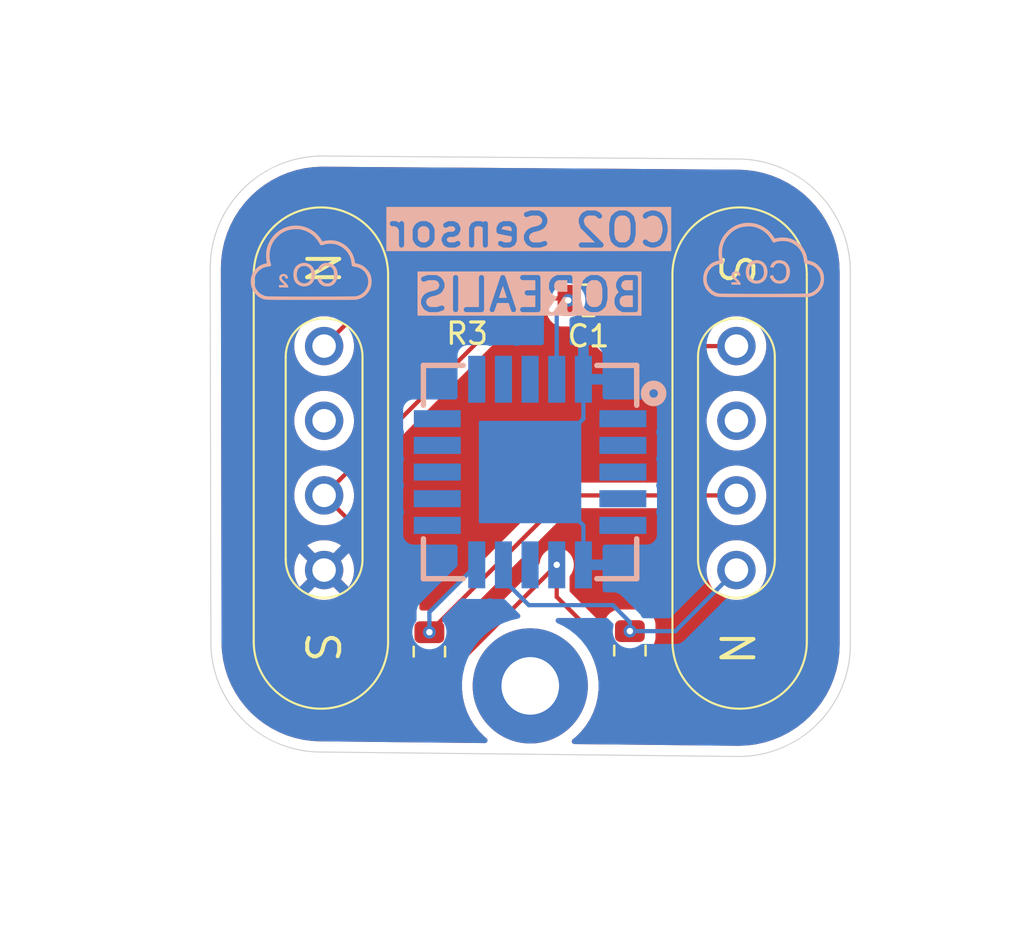
<source format=kicad_pcb>
(kicad_pcb (version 20241229) (generator "pcbnew") (generator_version "9.0")
  (layers (0 "F.Cu" signal) (2 "B.Cu" signal) (13 "F.Paste" user) (15 "B.Paste" user) (5 "F.SilkS" user "F.Silkscreen") (7 "B.SilkS" user "B.Silkscreen") (1 "F.Mask" user) (3 "B.Mask" user) (25 "Edge.Cuts" user))
  (net 0 "")
  (net 4 "GND")
  (net 7 "/SCL")
  (net 8 "+3.3V")
  (net 18 "/SDA")
  (net 19 "/ADC")
  (net 20 "+5V")
  (net 21 "/ID")
  (footprint "Resistor_SMD:R_0805_2012Metric" (layer "F.Cu") (at 193.77 74.08 90)
    (property "Reference" "R1" (hide yes))
    (property "Value" "10K")
    (fp_line (start -0.227064 -0.735) (end 0.227064 -0.735) (stroke (width 0.12)) (layer "F.SilkS"))
    (fp_line (start -0.227064 0.735) (end 0.227064 0.735) (stroke (width 0.12)) (layer "F.SilkS"))
    (pad "1" smd roundrect (at -0.9125 0 90) (size 1.025 1.4) (layers "F.Cu" "F.Mask" "F.Paste") (roundrect_rratio 0.243902) (net 8 "+3.3V"))
    (pad "2" smd roundrect (at 0.9125 0 90) (size 1.025 1.4) (layers "F.Cu" "F.Mask" "F.Paste") (roundrect_rratio 0.243902) (net 18 "/SDA"))
  )
  (footprint "batteryholder:MAGNETIC POGO CONN." (layer "F.Cu") (at 188.83476 65.00476 90)
    (property "Reference" "U2" (hide yes))
    (property "Value" "MAGNETIC POGO CONN." (hide yes))
    (fp_line (start -8.6 -3.3) (end 8.6 -3.3) (stroke (width 0.1)) (layer "F.SilkS"))
    (fp_line (start -4.75 -1.8) (end 4.75 -1.8) (stroke (width 0.1)) (layer "F.SilkS"))
    (fp_line (start -4.75 1.8) (end 4.75 1.8) (stroke (width 0.1)) (layer "F.SilkS"))
    (fp_line (start -8.6 3) (end 8.6 3) (stroke (width 0.1)) (layer "F.SilkS"))
    (fp_arc (start 8.6 -3.3) (mid 11.75 -0.15) (end 8.6 3) (stroke (width 0.1)) (layer "F.SilkS"))
    (fp_arc (start 4.75 -1.8) (mid 6.55 0) (end 4.75 1.8) (stroke (width 0.1)) (layer "F.SilkS"))
    (fp_arc (start -4.75 1.8) (mid -6.55 0) (end -4.75 -1.8) (stroke (width 0.1)) (layer "F.SilkS"))
    (fp_arc (start -8.6 3) (mid -11.75 -0.15) (end -8.6 -3.3) (stroke (width 0.1)) (layer "F.SilkS"))
    (fp_text user "S" (at -9.7 0.9 90) (layer "F.SilkS") (effects (font (size 1.5 1.5) (thickness 0.1875)) (justify left bottom)))
    (fp_text user "N" (at 8 0.9 90) (layer "F.SilkS") (effects (font (size 1.5 1.5) (thickness 0.1875)) (justify left bottom)))
    (pad "1" thru_hole circle (at -5.25 0 90) (size 1.8 1.8) (drill 1.1) (layers "*.Cu" "*.Mask") (net 4 "GND"))
    (pad "2" thru_hole circle (at -1.75 0 90) (size 1.8 1.8) (drill 1.1) (layers "*.Cu" "*.Mask") (net 8 "+3.3V"))
    (pad "3" thru_hole circle (at 1.75 0 90) (size 1.8 1.8) (drill 1.1) (layers "*.Cu" "*.Mask") (net 20 "+5V"))
    (pad "4" thru_hole circle (at 5.25 0 90) (size 1.8 1.8) (drill 1.1) (layers "*.Cu" "*.Mask") (net 21 "/ID"))
  )
  (footprint "batteryholder:MAGNETIC POGO CONN." (layer "F.Cu") (at 208.16476 65.00476 -90)
    (property "Reference" "U1" (hide yes))
    (property "Value" "MAGNETIC POGO CONN." (hide yes))
    (fp_line (start -8.6 3) (end 8.6 3) (stroke (width 0.1)) (layer "F.SilkS"))
    (fp_line (start -4.75 1.8) (end 4.75 1.8) (stroke (width 0.1)) (layer "F.SilkS"))
    (fp_line (start -4.75 -1.8) (end 4.75 -1.8) (stroke (width 0.1)) (layer "F.SilkS"))
    (fp_line (start -8.6 -3.3) (end 8.6 -3.3) (stroke (width 0.1)) (layer "F.SilkS"))
    (fp_arc (start -8.6 3) (mid -11.75 -0.15) (end -8.6 -3.3) (stroke (width 0.1)) (layer "F.SilkS"))
    (fp_arc (start -4.75 1.8) (mid -6.55 0) (end -4.75 -1.8) (stroke (width 0.1)) (layer "F.SilkS"))
    (fp_arc (start 4.75 -1.8) (mid 6.55 0) (end 4.75 1.8) (stroke (width 0.1)) (layer "F.SilkS"))
    (fp_arc (start 8.6 -3.3) (mid 11.75 -0.15) (end 8.6 3) (stroke (width 0.1)) (layer "F.SilkS"))
    (fp_text user "N" (at 8 0.9 270) (layer "F.SilkS") (effects (font (size 1.5 1.5) (thickness 0.1875)) (justify left bottom)))
    (fp_text user "S" (at -9.7 0.9 270) (layer "F.SilkS") (effects (font (size 1.5 1.5) (thickness 0.1875)) (justify left bottom)))
    (pad "1" thru_hole circle (at -5.25 0 270) (size 1.8 1.8) (drill 1.1) (layers "*.Cu" "*.Mask") (net 8 "+3.3V"))
    (pad "2" thru_hole circle (at -1.75 0 270) (size 1.8 1.8) (drill 1.1) (layers "*.Cu" "*.Mask") (net 19 "/ADC"))
    (pad "3" thru_hole circle (at 1.75 0 270) (size 1.8 1.8) (drill 1.1) (layers "*.Cu" "*.Mask") (net 18 "/SDA"))
    (pad "4" thru_hole circle (at 5.25 0 270) (size 1.8 1.8) (drill 1.1) (layers "*.Cu" "*.Mask") (net 7 "/SCL"))
  )
  (footprint "Capacitor_SMD:C_0805_2012Metric" (layer "F.Cu") (at 201.23 57.61 180)
    (property "Reference" "C1" (at 0 -1.68 0) (layer "F.SilkS"))
    (property "Value" "10microf")
    (fp_line (start -0.261252 0.735) (end 0.261252 0.735) (stroke (width 0.12)) (layer "F.SilkS"))
    (fp_line (start -0.261252 -0.735) (end 0.261252 -0.735) (stroke (width 0.12)) (layer "F.SilkS"))
    (pad "1" smd roundrect (at -0.95 0 180) (size 1 1.45) (layers "F.Cu" "F.Mask" "F.Paste") (net 4 "GND"))
    (pad "2" smd roundrect (at 0.95 0 180) (size 1 1.45) (layers "F.Cu" "F.Mask" "F.Paste") (net 8 "+3.3V"))
  )
  (footprint "Resistor_SMD:R_0805_2012Metric" (layer "F.Cu") (at 203.17 74.03 90)
    (property "Reference" "R2" (hide yes))
    (property "Value" "10k")
    (fp_line (start -0.227064 -0.735) (end 0.227064 -0.735) (stroke (width 0.12)) (layer "F.SilkS"))
    (fp_line (start -0.227064 0.735) (end 0.227064 0.735) (stroke (width 0.12)) (layer "F.SilkS"))
    (pad "1" smd roundrect (at -0.9125 0 90) (size 1.025 1.4) (layers "F.Cu" "F.Mask" "F.Paste") (roundrect_rratio 0.243902) (net 8 "+3.3V"))
    (pad "2" smd roundrect (at 0.9125 0 90) (size 1.025 1.4) (layers "F.Cu" "F.Mask" "F.Paste") (roundrect_rratio 0.243902) (net 7 "/SCL"))
  )
  (footprint "MountingHole:MountingHole_2.7mm_M2.5_Pad" (layer "F.Cu") (at 198.49976 75.68476)
    (property "Reference" "H1" (hide yes))
    (property "Value" "MountingHole" (hide yes))
    (pad "1" thru_hole circle (at 0 0) (size 5.4 5.4) (drill 2.7) (layers "*.Cu" "*.Mask"))
  )
  (footprint "Resistor_SMD:R_0805_2012Metric" (layer "F.Cu") (at 195.54 57.52 180)
    (property "Reference" "R3" (at 0 -1.65 0) (layer "F.SilkS"))
    (property "Value" "R")
    (fp_line (start -0.227064 0.735) (end 0.227064 0.735) (stroke (width 0.12)) (layer "F.SilkS"))
    (fp_line (start -0.227064 -0.735) (end 0.227064 -0.735) (stroke (width 0.12)) (layer "F.SilkS"))
    (pad "1" smd roundrect (at -0.9125 0 180) (size 1.025 1.4) (layers "F.Cu" "F.Mask" "F.Paste") (roundrect_rratio 0.243902) (net 8 "+3.3V"))
    (pad "2" smd roundrect (at 0.9125 0 180) (size 1.025 1.4) (layers "F.Cu" "F.Mask" "F.Paste") (roundrect_rratio 0.243902) (net 21 "/ID"))
  )
  (footprint "batteryholder:SCD40 footprint" (layer "B.Cu") (at 198.4899 65.66 180)
    (property "Reference" "U1" (hide yes))
    (property "Value" "SCD40-D-R2" (hide yes))
    (fp_line (start 5 5) (end 5 3.1312) (stroke (width 0.254)) (layer "B.SilkS"))
    (fp_line (start 5 -3.1312) (end 5 -5) (stroke (width 0.254)) (layer "B.SilkS"))
    (fp_line (start 5 -5) (end 3.1312 -5) (stroke (width 0.254)) (layer "B.SilkS"))
    (fp_line (start 3.1312 5) (end 5 5) (stroke (width 0.254)) (layer "B.SilkS"))
    (fp_line (start -3.1311 -5) (end -5 -5) (stroke (width 0.254)) (layer "B.SilkS"))
    (fp_line (start -5 5) (end -3.1311 5) (stroke (width 0.254)) (layer "B.SilkS"))
    (fp_line (start -5 3.1312) (end -5 5) (stroke (width 0.254)) (layer "B.SilkS"))
    (fp_line (start -5 -5) (end -5 -3.1312) (stroke (width 0.254)) (layer "B.SilkS"))
    (fp_circle (center -5.7928 3.685) (end -5.5929 3.685) (stroke (width 0.4)) (fill no) (layer "B.SilkS"))
    (pad "1" smd rect (at -4.3501 2.5001 180) (size 2.2 0.8) (layers "B.Cu" "B.Mask" "B.Paste"))
    (pad "2" smd rect (at -4.3501 1.2499 180) (size 2.2 0.8) (layers "B.Cu" "B.Mask" "B.Paste"))
    (pad "3" smd rect (at -4.3501 0 180) (size 2.2 0.8) (layers "B.Cu" "B.Mask" "B.Paste"))
    (pad "4" smd rect (at -4.3501 -1.25 180) (size 2.2 0.8) (layers "B.Cu" "B.Mask" "B.Paste"))
    (pad "5" smd rect (at -4.3501 -2.4999 180) (size 2.2 0.8) (layers "B.Cu" "B.Mask" "B.Paste"))
    (pad "6" smd rect (at -2.4999 -4.35 90) (size 2.2 0.8) (layers "B.Cu" "B.Mask" "B.Paste") (net 4 "GND"))
    (pad "7" smd rect (at -1.25 -4.35 90) (size 2.2 0.8) (layers "B.Cu" "B.Mask" "B.Paste") (net 8 "+3.3V"))
    (pad "8" smd rect (at -0.0001 -4.35 90) (size 2.2 0.8) (layers "B.Cu" "B.Mask" "B.Paste"))
    (pad "9" smd rect (at 1.2501 -4.35 90) (size 2.2 0.8) (layers "B.Cu" "B.Mask" "B.Paste") (net 7 "/SCL"))
    (pad "10" smd rect (at 2.5 -4.35 90) (size 2.2 0.8) (layers "B.Cu" "B.Mask" "B.Paste") (net 18 "/SDA"))
    (pad "11" smd rect (at 4.3499 -2.4999) (size 2.2 0.8) (layers "B.Cu" "B.Mask" "B.Paste"))
    (pad "12" smd rect (at 4.3499 -1.25) (size 2.2 0.8) (layers "B.Cu" "B.Mask" "B.Paste"))
    (pad "13" smd rect (at 4.3499 0) (size 2.2 0.8) (layers "B.Cu" "B.Mask" "B.Paste"))
    (pad "14" smd rect (at 4.3499 1.2499) (size 2.2 0.8) (layers "B.Cu" "B.Mask" "B.Paste"))
    (pad "15" smd rect (at 4.3499 2.5001) (size 2.2 0.8) (layers "B.Cu" "B.Mask" "B.Paste"))
    (pad "16" smd rect (at 2.5 4.35 270) (size 2.2 0.8) (layers "B.Cu" "B.Mask" "B.Paste"))
    (pad "17" smd rect (at 1.2501 4.35 270) (size 2.2 0.8) (layers "B.Cu" "B.Mask" "B.Paste"))
    (pad "18" smd rect (at -0.0001 4.35 270) (size 2.2 0.8) (layers "B.Cu" "B.Mask" "B.Paste"))
    (pad "19" smd rect (at -1.25 4.35 270) (size 2.2 0.8) (layers "B.Cu" "B.Mask" "B.Paste") (net 8 "+3.3V"))
    (pad "20" smd rect (at -2.4999 4.35 270) (size 2.2 0.8) (layers "B.Cu" "B.Mask" "B.Paste") (net 4 "GND"))
    (pad "21" smd rect (at -0.0001 0 270) (size 4.8 4.8) (layers "B.Cu" "B.Mask" "B.Paste") (net 4 "GND"))
  )
  (footprint "LOGO" (layer "B.Cu") (at 188.23 55.85 180)
    (property "Reference" "G***" (hide yes))
    (property "Value" "LOGO" (hide yes))
    (fp_poly (pts (xy 1.397489 -0.54245) (xy 1.450578 -0.579209) (xy 1.474776 -0.603854) (xy 1.488307 -0.627376) (xy 1.495117 -0.658964) (xy 1.497898 -0.689408) (xy 1.497456 -0.738385) (xy 1.487007 -0.782547) (xy 1.464293 -0.825695) (xy 1.427055 -0.871629) (xy 1.373035 -0.92415) (xy 1.342293 -0.951254) (xy 1.242569 -1.037332) (xy 1.377933 -1.04064) (xy 1.513297 -1.043948) (xy 1.50974 -1.099246) (xy 1.506183 -1.154545) (xy 1.29227 -1.15774) (xy 1.078357 -1.160934) (xy 1.078357 -1.126269) (xy 1.080636 -1.096797) (xy 1.088954 -1.068646) (xy 1.10553 -1.038633) (xy 1.132582 -1.003575) (xy 1.17233 -0.960289) (xy 1.226992 -0.905591) (xy 1.243174 -0.889831) (xy 1.295404 -0.838711) (xy 1.332873 -0.800573) (xy 1.357969 -0.772413) (xy 1.373078 -0.751227) (xy 1.380589 -0.734014) (xy 1.382887 -0.71777) (xy 1.38293 -0.714012) (xy 1.380434 -0.68293) (xy 1.374619 -0.661856) (xy 1.374139 -0.661076) (xy 1.350773 -0.640977) (xy 1.316557 -0.625817) (xy 1.289577 -0.621227) (xy 1.259979 -0.631204) (xy 1.231602 -0.655851) (xy 1.211911 -0.687241) (xy 1.207291 -0.708604) (xy 1.205463 -0.726304) (xy 1.195975 -0.735133) (xy 1.172826 -0.738149) (xy 1.148684 -0.73844) (xy 1.113998 -0.73772) (xy 1.096703 -0.733009) (xy 1.090746 -0.720479) (xy 1.090078 -0.701375) (xy 1.099185 -0.656975) (xy 1.122768 -0.610237) (xy 1.15522 -0.570118) (xy 1.186379 -0.547535) (xy 1.260253 -0.523672) (xy 1.331396 -0.52207)) (fill yes) (layer "B.SilkS"))
    (fp_poly (pts (xy 0.451307 -0.01661) (xy 0.54786 -0.049846) (xy 0.635223 -0.100733) (xy 0.709617 -0.167702) (xy 0.748431 -0.217908) (xy 0.789831 -0.291499) (xy 0.817387 -0.368757) (xy 0.832605 -0.455555) (xy 0.836993 -0.557765) (xy 0.836962 -0.562621) (xy 0.832949 -0.653643) (xy 0.821315 -0.729461) (xy 0.800178 -0.7976) (xy 0.767655 -0.865586) (xy 0.756152 -0.88579) (xy 0.700592 -0.958366) (xy 0.628298 -1.018689) (xy 0.543402 -1.065196) (xy 0.450033 -1.096321) (xy 0.352324 -1.110503) (xy 0.254403 -1.106176) (xy 0.202362 -1.095451) (xy 0.10007 -1.057926) (xy 0.014074 -1.00429) (xy -0.057523 -0.933215) (xy -0.087102 -0.892863) (xy -0.137805 -0.796008) (xy -0.169688 -0.689207) (xy -0.182496 -0.576832) (xy -0.180488 -0.541871) (xy -0.011036 -0.541871) (xy -0.010835 -0.616929) (xy -0.004406 -0.683549) (xy 0.005101 -0.724433) (xy 0.043417 -0.806577) (xy 0.096972 -0.873271) (xy 0.162766 -0.923148) (xy 0.237801 -0.954835) (xy 0.319078 -0.966964) (xy 0.403598 -0.958163) (xy 0.468851 -0.936329) (xy 0.539694 -0.892745) (xy 0.597194 -0.831921) (xy 0.640074 -0.756717) (xy 0.667055 -0.669992) (xy 0.676861 -0.574606) (xy 0.670239 -0.485591) (xy 0.648723 -0.38903) (xy 0.616771 -0.311675) (xy 0.57341 -0.251284) (xy 0.564827 -0.242536) (xy 0.496557 -0.191092) (xy 0.418291 -0.1605) (xy 0.328874 -0.150308) (xy 0.328195 -0.150308) (xy 0.239005 -0.160819) (xy 0.159967 -0.191418) (xy 0.093293 -0.240699) (xy 0.041198 -0.307258) (xy 0.0222 -0.344518) (xy 0.005835 -0.39782) (xy -0.005362 -0.46622) (xy -0.011036 -0.541871) (xy -0.180488 -0.541871) (xy -0.175974 -0.463252) (xy -0.149866 -0.352837) (xy -0.122579 -0.285473) (xy -0.065742 -0.192105) (xy 0.006226 -0.116554) (xy 0.092635 -0.059336) (xy 0.192796 -0.020968) (xy 0.245752 -0.009365) (xy 0.349344 -0.002594)) (fill yes) (layer "B.SilkS"))
    (fp_poly (pts (xy -0.671903 -0.006921) (xy -0.578848 -0.027848) (xy -0.494286 -0.06711) (xy -0.421596 -0.124245) (xy -0.411655 -0.134623) (xy -0.386312 -0.166061) (xy -0.360385 -0.204593) (xy -0.336758 -0.244942) (xy -0.318317 -0.28183) (xy -0.307948 -0.309982) (xy -0.308199 -0.323826) (xy -0.321948 -0.329774) (xy -0.350535 -0.338823) (xy -0.385965 -0.348774) (xy -0.420239 -0.357427) (xy -0.445361 -0.362582) (xy -0.451269 -0.363176) (xy -0.46225 -0.353353) (xy -0.476762 -0.328327) (xy -0.48392 -0.312368) (xy -0.517624 -0.253544) (xy -0.564337 -0.203149) (xy -0.617252 -0.16841) (xy -0.621228 -0.16666) (xy -0.655001 -0.157404) (xy -0.701108 -0.151027) (xy -0.740833 -0.149086) (xy -0.823863 -0.159405) (xy -0.899553 -0.18902) (xy -0.964286 -0.235406) (xy -1.01444 -0.296037) (xy -1.044133 -0.360725) (xy -1.05041 -0.390947) (xy -1.056404 -0.437317) (xy -1.06128 -0.492548) (xy -1.063465 -0.529929) (xy -1.061611 -0.643374) (xy -1.04467 -0.739303) (xy -1.01234 -0.818388) (xy -0.964324 -0.8813) (xy -0.900322 -0.928712) (xy -0.881683 -0.938273) (xy -0.819103 -0.958494) (xy -0.748778 -0.966139) (xy -0.679475 -0.96114) (xy -0.619964 -0.943429) (xy -0.613696 -0.940343) (xy -0.5597 -0.90222) (xy -0.511354 -0.850022) (xy -0.475415 -0.79179) (xy -0.464006 -0.762241) (xy -0.45329 -0.732516) (xy -0.439605 -0.715866) (xy -0.417885 -0.710793) (xy -0.383066 -0.7158) (xy -0.341971 -0.726165) (xy -0.312708 -0.736715) (xy -0.29707 -0.751502) (xy -0.294657 -0.774487) (xy -0.305067 -0.809631) (xy -0.3279 -0.860893) (xy -0.328262 -0.861652) (xy -0.374732 -0.936094) (xy -0.436889 -1.002188) (xy -0.508719 -1.054296) (xy -0.55973 -1.078752) (xy -0.626245 -1.096844) (xy -0.704146 -1.10717) (xy -0.783551 -1.109122) (xy -0.854576 -1.102093) (xy -0.873235 -1.098024) (xy -0.971563 -1.061919) (xy -1.054839 -1.007874) (xy -1.122909 -0.936054) (xy -1.175618 -0.84662) (xy -1.211982 -0.742957) (xy -1.233604 -0.62345) (xy -1.236469 -0.508001) (xy -1.221428 -0.399006) (xy -1.189336 -0.29886) (xy -1.141046 -0.209957) (xy -1.077411 -0.134694) (xy -0.999284 -0.075466) (xy -0.968236 -0.058754) (xy -0.869977 -0.021913) (xy -0.770073 -0.004789)) (fill yes) (layer "B.SilkS"))
    (fp_poly (pts (xy 0.845529 1.741401) (xy 1.01233 1.716111) (xy 1.17525 1.670505) (xy 1.332412 1.604721) (xy 1.481941 1.518898) (xy 1.621959 1.413174) (xy 1.717713 1.322862) (xy 1.835155 1.187702) (xy 1.931032 1.046592) (xy 2.007059 0.89632) (xy 2.064954 0.733673) (xy 2.093882 0.618838) (xy 2.104655 0.549991) (xy 2.111593 0.46566) (xy 2.114697 0.372709) (xy 2.113968 0.278006) (xy 2.109405 0.188417) (xy 2.101011 0.110806) (xy 2.093835 0.071511) (xy 2.08489 0.029973) (xy 2.078983 -0.001271) (xy 2.077174 -0.016514) (xy 2.077389 -0.017136) (xy 2.089457 -0.020456) (xy 2.118759 -0.027581) (xy 2.159663 -0.037152) (xy 2.172888 -0.04019) (xy 2.226443 -0.055615) (xy 2.289531 -0.078506) (xy 2.351276 -0.104793) (xy 2.371828 -0.114676) (xy 2.427491 -0.144539) (xy 2.474213 -0.175148) (xy 2.519525 -0.212112) (xy 2.57096 -0.26104) (xy 2.578541 -0.268624) (xy 2.669714 -0.371409) (xy 2.739159 -0.476108) (xy 2.788525 -0.586413) (xy 2.819459 -0.706011) (xy 2.83361 -0.838594) (xy 2.833666 -0.839857) (xy 2.833437 -0.952697) (xy 2.820858 -1.0536) (xy 2.794136 -1.151287) (xy 2.751477 -1.254482) (xy 2.74614 -1.265703) (xy 2.72093 -1.315727) (xy 2.696812 -1.356412) (xy 2.66926 -1.393845) (xy 2.633743 -1.434111) (xy 2.585734 -1.483299) (xy 2.580018 -1.488996) (xy 2.526771 -1.540492) (xy 2.482885 -1.578749) (xy 2.442404 -1.608274) (xy 2.399371 -1.633573) (xy 2.367697 -1.649649) (xy 2.345734 -1.66072) (xy 2.326586 -1.670853) (xy 2.30919 -1.680091) (xy 2.292483 -1.688477) (xy 2.275403 -1.696051) (xy 2.256888 -1.702858) (xy 2.235874 -1.708938) (xy 2.211299 -1.714333) (xy 2.182101 -1.719087) (xy 2.147217 -1.723241) (xy 2.105585 -1.726836) (xy 2.056141 -1.729917) (xy 1.997824 -1.732523) (xy 1.929571 -1.734699) (xy 1.850319 -1.736485) (xy 1.759005 -1.737924) (xy 1.654568 -1.739059) (xy 1.535944 -1.739931) (xy 1.402071 -1.740582) (xy 1.251886 -1.741054) (xy 1.084328 -1.741391) (xy 0.898332 -1.741633) (xy 0.692837 -1.741823) (xy 0.466781 -1.742004) (xy 0.2191 -1.742217) (xy 0.029303 -1.742411) (xy -0.234733 -1.742687) (xy -0.476345 -1.742894) (xy -0.696551 -1.743027) (xy -0.89637 -1.743078) (xy -1.076821 -1.743039) (xy -1.238923 -1.742904) (xy -1.383692 -1.742666) (xy -1.51215 -1.742317) (xy -1.625313 -1.74185) (xy -1.7242 -1.741258) (xy -1.80983 -1.740535) (xy -1.883221 -1.739672) (xy -1.945393 -1.738663) (xy -1.997362 -1.737501) (xy -2.040149 -1.736178) (xy -2.074771 -1.734688) (xy -2.102248 -1.733022) (xy -2.123596 -1.731175) (xy -2.139836 -1.729139) (xy -2.150854 -1.727155) (xy -2.27721 -1.690824) (xy -2.391517 -1.637702) (xy -2.497495 -1.56564) (xy -2.598861 -1.472489) (xy -2.608035 -1.462837) (xy -2.696189 -1.353475) (xy -2.762591 -1.235728) (xy -2.807416 -1.109108) (xy -2.830841 -0.973129) (xy -2.832652 -0.887725) (xy -2.672451 -0.887725) (xy -2.661141 -1.008112) (xy -2.628551 -1.123349) (xy -2.576686 -1.230971) (xy -2.507554 -1.328516) (xy -2.423162 -1.413518) (xy -2.325518 -1.483513) (xy -2.216627 -1.536037) (xy -2.121551 -1.564085) (xy -2.099114 -1.566377) (xy -2.054721 -1.568524) (xy -1.989858 -1.570527) (xy -1.906011 -1.572385) (xy -1.804666 -1.574097) (xy -1.68731 -1.575664) (xy -1.555428 -1.577085) (xy -1.410507 -1.57836) (xy -1.254033 -1.579488) (xy -1.087491 -1.580469) (xy -0.912368 -1.581302) (xy -0.730151 -1.581987) (xy -0.542324 -1.582524) (xy -0.350375 -1.582913) (xy -0.155788 -1.583152) (xy 0.039948 -1.583243) (xy 0.23535 -1.583183) (xy 0.428929 -1.582973) (xy 0.619201 -1.582613) (xy 0.80468 -1.582102) (xy 0.983878 -1.581439) (xy 1.15531 -1.580625) (xy 1.31749 -1.579659) (xy 1.468932 -1.578541) (xy 1.60815 -1.57727) (xy 1.733658 -1.575845) (xy 1.843968 -1.574267) (xy 1.937597 -1.572536) (xy 2.013056 -1.570649) (xy 2.068861 -1.568609) (xy 2.103525 -1.566413) (xy 2.112947 -1.565159) (xy 2.234044 -1.528056) (xy 2.345325 -1.471097) (xy 2.444248 -1.396246) (xy 2.528273 -1.305462) (xy 2.594859 -1.200707) (xy 2.601018 -1.188398) (xy 2.642076 -1.086803) (xy 2.664589 -0.9853) (xy 2.670129 -0.875903) (xy 2.668917 -0.843931) (xy 2.651349 -0.716036) (xy 2.612924 -0.598783) (xy 2.5534 -0.491657) (xy 2.472537 -0.394144) (xy 2.44748 -0.369829) (xy 2.360531 -0.300343) (xy 2.2655 -0.247308) (xy 2.158545 -0.209089) (xy 2.035824 -0.184053) (xy 1.999593 -0.179354) (xy 1.954018 -0.172742) (xy 1.925059 -0.164174) (xy 1.905897 -0.150994) (xy 1.895558 -0.138816) (xy 1.883837 -0.121815) (xy 1.878669 -0.106703) (xy 1.880105 -0.086731) (xy 1.888194 -0.05515) (xy 1.896366 -0.027464) (xy 1.920222 0.05902) (xy 1.936071 0.134871) (xy 1.945272 0.209621) (xy 1.949184 0.292805) (xy 1.949574 0.345778) (xy 1.939107 0.515052) (xy 1.908012 0.674706) (xy 1.85551 0.827592) (xy 1.780823 0.976562) (xy 1.774508 0.987315) (xy 1.725862 1.058433) (xy 1.662086 1.135685) (xy 1.5885 1.213749) (xy 1.510428 1.287304) (xy 1.433191 1.351027) (xy 1.362395 1.399428) (xy 1.226829 1.470735) (xy 1.0919 1.52233) (xy 0.952317 1.555632) (xy 0.80279 1.572057) (xy 0.709137 1.574409) (xy 0.634727 1.573726) (xy 0.576982 1.571496) (xy 0.529139 1.566998) (xy 0.484437 1.559509) (xy 0.43611 1.548308) (xy 0.416105 1.543116) (xy 0.251732 1.48802) (xy 0.099121 1.41318) (xy -0.040429 1.319617) (xy -0.165621 1.208346) (xy -0.275157 1.080385) (xy -0.36774 0.936753) (xy -0.375677 0.922199) (xy -0.406084 0.869133) (xy -0.432363 0.835428) (xy -0.45942 0.818813) (xy -0.49216 0.817016) (xy -0.535489 0.827768) (xy -0.560819 0.836478) (xy -0.656499 0.865476) (xy -0.752439 0.882725) (xy -0.85643 0.889266) (xy -0.944476 0.887768) (xy -1.038903 0.881237) (xy -1.118668 0.869347) (xy -1.192321 0.849989) (xy -1.268416 0.821058) (xy -1.330365 0.79271) (xy -1.461569 0.716897) (xy -1.578021 0.623188) (xy -1.678409 0.512898) (xy -1.761417 0.38734) (xy -1.789018 0.334057) (xy -1.828743 0.243753) (xy -1.856371 0.160289) (xy -1.87467 0.073521) (xy -1.885952 -0.021455) (xy -1.892611 -0.083138) (xy -1.902491 -0.125609) (xy -1.919537 -0.153089) (xy -1.947692 -0.169799) (xy -1.990903 -0.179958) (xy -2.040045 -0.186328) (xy -2.166895 -0.211674) (xy -2.283337 -0.256721) (xy -2.387718 -0.319636) (xy -2.478382 -0.398584) (xy -2.553678 -0.49173) (xy -2.611949 -0.59724) (xy -2.651543 -0.713279) (xy -2.670806 -0.838014) (xy -2.672451 -0.887725) (xy -2.832652 -0.887725) (xy -2.833667 -0.839857) (xy -2.819564 -0.70663) (xy -2.788561 -0.586505) (xy -2.73903 -0.475836) (xy -2.669341 -0.370976) (xy -2.578864 -0.269275) (xy -2.517663 -0.211402) (xy -2.462428 -0.167441) (xy -2.405981 -0.131888) (xy -2.384959 -0.120593) (xy -2.324492 -0.092327) (xy -2.258373 -0.066417) (xy -2.192989 -0.044935) (xy -2.134727 -0.029952) (xy -2.089971 -0.023539) (xy -2.085362 -0.023442) (xy -2.067822 -0.021664) (xy -2.05764 -0.012609) (xy -2.051671 0.0093) (xy -2.047374 0.043955) (xy -2.021712 0.183084) (xy -1.975513 0.322952) (xy -1.911051 0.458901) (xy -1.830603 0.586274) (xy -1.736442 0.700414) (xy -1.716859 0.72055) (xy -1.615507 0.809202) (xy -1.499485 0.888982) (xy -1.375512 0.955956) (xy -1.250306 1.006189) (xy -1.206639 1.019304) (xy -1.073002 1.046007) (xy -0.930241 1.057384) (xy -0.786339 1.053378) (xy -0.649277 1.033931) (xy -0.605113 1.023652) (xy -0.56279 1.013049) (xy -0.537409 1.008588) (xy -0.523285 1.010289) (xy -0.51473 1.018175) (xy -0.511022 1.024012) (xy -0.407136 1.179186) (xy -0.294276 1.313366) (xy -0.171562 1.427561) (xy -0.131726 1.458803) (xy 0.018965 1.558299) (xy 0.177032 1.636654) (xy 0.340597 1.694003) (xy 0.507786 1.730486) (xy 0.676722 1.746239)) (fill yes) (layer "B.SilkS"))
  )
  (footprint "LOGO" (layer "B.Cu") (at 209.44 55.72 180)
    (property "Reference" "G***" (hide yes))
    (property "Value" "LOGO" (hide yes))
    (fp_poly (pts (xy 1.397489 -0.54245) (xy 1.450578 -0.579209) (xy 1.474776 -0.603854) (xy 1.488307 -0.627376) (xy 1.495117 -0.658964) (xy 1.497898 -0.689408) (xy 1.497456 -0.738385) (xy 1.487007 -0.782547) (xy 1.464293 -0.825695) (xy 1.427055 -0.871629) (xy 1.373035 -0.92415) (xy 1.342293 -0.951254) (xy 1.242569 -1.037332) (xy 1.377933 -1.04064) (xy 1.513297 -1.043948) (xy 1.50974 -1.099246) (xy 1.506183 -1.154545) (xy 1.29227 -1.15774) (xy 1.078357 -1.160934) (xy 1.078357 -1.126269) (xy 1.080636 -1.096797) (xy 1.088954 -1.068646) (xy 1.10553 -1.038633) (xy 1.132582 -1.003575) (xy 1.17233 -0.960289) (xy 1.226992 -0.905591) (xy 1.243174 -0.889831) (xy 1.295404 -0.838711) (xy 1.332873 -0.800573) (xy 1.357969 -0.772413) (xy 1.373078 -0.751227) (xy 1.380589 -0.734014) (xy 1.382887 -0.71777) (xy 1.38293 -0.714012) (xy 1.380434 -0.68293) (xy 1.374619 -0.661856) (xy 1.374139 -0.661076) (xy 1.350773 -0.640977) (xy 1.316557 -0.625817) (xy 1.289577 -0.621227) (xy 1.259979 -0.631204) (xy 1.231602 -0.655851) (xy 1.211911 -0.687241) (xy 1.207291 -0.708604) (xy 1.205463 -0.726304) (xy 1.195975 -0.735133) (xy 1.172826 -0.738149) (xy 1.148684 -0.73844) (xy 1.113998 -0.73772) (xy 1.096703 -0.733009) (xy 1.090746 -0.720479) (xy 1.090078 -0.701375) (xy 1.099185 -0.656975) (xy 1.122768 -0.610237) (xy 1.15522 -0.570118) (xy 1.186379 -0.547535) (xy 1.260253 -0.523672) (xy 1.331396 -0.52207)) (fill yes) (layer "B.SilkS"))
    (fp_poly (pts (xy 0.451307 -0.01661) (xy 0.54786 -0.049846) (xy 0.635223 -0.100733) (xy 0.709617 -0.167702) (xy 0.748431 -0.217908) (xy 0.789831 -0.291499) (xy 0.817387 -0.368757) (xy 0.832605 -0.455555) (xy 0.836993 -0.557765) (xy 0.836962 -0.562621) (xy 0.832949 -0.653643) (xy 0.821315 -0.729461) (xy 0.800178 -0.7976) (xy 0.767655 -0.865586) (xy 0.756152 -0.88579) (xy 0.700592 -0.958366) (xy 0.628298 -1.018689) (xy 0.543402 -1.065196) (xy 0.450033 -1.096321) (xy 0.352324 -1.110503) (xy 0.254403 -1.106176) (xy 0.202362 -1.095451) (xy 0.10007 -1.057926) (xy 0.014074 -1.00429) (xy -0.057523 -0.933215) (xy -0.087102 -0.892863) (xy -0.137805 -0.796008) (xy -0.169688 -0.689207) (xy -0.182496 -0.576832) (xy -0.180488 -0.541871) (xy -0.011036 -0.541871) (xy -0.010835 -0.616929) (xy -0.004406 -0.683549) (xy 0.005101 -0.724433) (xy 0.043417 -0.806577) (xy 0.096972 -0.873271) (xy 0.162766 -0.923148) (xy 0.237801 -0.954835) (xy 0.319078 -0.966964) (xy 0.403598 -0.958163) (xy 0.468851 -0.936329) (xy 0.539694 -0.892745) (xy 0.597194 -0.831921) (xy 0.640074 -0.756717) (xy 0.667055 -0.669992) (xy 0.676861 -0.574606) (xy 0.670239 -0.485591) (xy 0.648723 -0.38903) (xy 0.616771 -0.311675) (xy 0.57341 -0.251284) (xy 0.564827 -0.242536) (xy 0.496557 -0.191092) (xy 0.418291 -0.1605) (xy 0.328874 -0.150308) (xy 0.328195 -0.150308) (xy 0.239005 -0.160819) (xy 0.159967 -0.191418) (xy 0.093293 -0.240699) (xy 0.041198 -0.307258) (xy 0.0222 -0.344518) (xy 0.005835 -0.39782) (xy -0.005362 -0.46622) (xy -0.011036 -0.541871) (xy -0.180488 -0.541871) (xy -0.175974 -0.463252) (xy -0.149866 -0.352837) (xy -0.122579 -0.285473) (xy -0.065742 -0.192105) (xy 0.006226 -0.116554) (xy 0.092635 -0.059336) (xy 0.192796 -0.020968) (xy 0.245752 -0.009365) (xy 0.349344 -0.002594)) (fill yes) (layer "B.SilkS"))
    (fp_poly (pts (xy -0.671903 -0.006921) (xy -0.578848 -0.027848) (xy -0.494286 -0.06711) (xy -0.421596 -0.124245) (xy -0.411655 -0.134623) (xy -0.386312 -0.166061) (xy -0.360385 -0.204593) (xy -0.336758 -0.244942) (xy -0.318317 -0.28183) (xy -0.307948 -0.309982) (xy -0.308199 -0.323826) (xy -0.321948 -0.329774) (xy -0.350535 -0.338823) (xy -0.385965 -0.348774) (xy -0.420239 -0.357427) (xy -0.445361 -0.362582) (xy -0.451269 -0.363176) (xy -0.46225 -0.353353) (xy -0.476762 -0.328327) (xy -0.48392 -0.312368) (xy -0.517624 -0.253544) (xy -0.564337 -0.203149) (xy -0.617252 -0.16841) (xy -0.621228 -0.16666) (xy -0.655001 -0.157404) (xy -0.701108 -0.151027) (xy -0.740833 -0.149086) (xy -0.823863 -0.159405) (xy -0.899553 -0.18902) (xy -0.964286 -0.235406) (xy -1.01444 -0.296037) (xy -1.044133 -0.360725) (xy -1.05041 -0.390947) (xy -1.056404 -0.437317) (xy -1.06128 -0.492548) (xy -1.063465 -0.529929) (xy -1.061611 -0.643374) (xy -1.04467 -0.739303) (xy -1.01234 -0.818388) (xy -0.964324 -0.8813) (xy -0.900322 -0.928712) (xy -0.881683 -0.938273) (xy -0.819103 -0.958494) (xy -0.748778 -0.966139) (xy -0.679475 -0.96114) (xy -0.619964 -0.943429) (xy -0.613696 -0.940343) (xy -0.5597 -0.90222) (xy -0.511354 -0.850022) (xy -0.475415 -0.79179) (xy -0.464006 -0.762241) (xy -0.45329 -0.732516) (xy -0.439605 -0.715866) (xy -0.417885 -0.710793) (xy -0.383066 -0.7158) (xy -0.341971 -0.726165) (xy -0.312708 -0.736715) (xy -0.29707 -0.751502) (xy -0.294657 -0.774487) (xy -0.305067 -0.809631) (xy -0.3279 -0.860893) (xy -0.328262 -0.861652) (xy -0.374732 -0.936094) (xy -0.436889 -1.002188) (xy -0.508719 -1.054296) (xy -0.55973 -1.078752) (xy -0.626245 -1.096844) (xy -0.704146 -1.10717) (xy -0.783551 -1.109122) (xy -0.854576 -1.102093) (xy -0.873235 -1.098024) (xy -0.971563 -1.061919) (xy -1.054839 -1.007874) (xy -1.122909 -0.936054) (xy -1.175618 -0.84662) (xy -1.211982 -0.742957) (xy -1.233604 -0.62345) (xy -1.236469 -0.508001) (xy -1.221428 -0.399006) (xy -1.189336 -0.29886) (xy -1.141046 -0.209957) (xy -1.077411 -0.134694) (xy -0.999284 -0.075466) (xy -0.968236 -0.058754) (xy -0.869977 -0.021913) (xy -0.770073 -0.004789)) (fill yes) (layer "B.SilkS"))
    (fp_poly (pts (xy 0.845529 1.741401) (xy 1.01233 1.716111) (xy 1.17525 1.670505) (xy 1.332412 1.604721) (xy 1.481941 1.518898) (xy 1.621959 1.413174) (xy 1.717713 1.322862) (xy 1.835155 1.187702) (xy 1.931032 1.046592) (xy 2.007059 0.89632) (xy 2.064954 0.733673) (xy 2.093882 0.618838) (xy 2.104655 0.549991) (xy 2.111593 0.46566) (xy 2.114697 0.372709) (xy 2.113968 0.278006) (xy 2.109405 0.188417) (xy 2.101011 0.110806) (xy 2.093835 0.071511) (xy 2.08489 0.029973) (xy 2.078983 -0.001271) (xy 2.077174 -0.016514) (xy 2.077389 -0.017136) (xy 2.089457 -0.020456) (xy 2.118759 -0.027581) (xy 2.159663 -0.037152) (xy 2.172888 -0.04019) (xy 2.226443 -0.055615) (xy 2.289531 -0.078506) (xy 2.351276 -0.104793) (xy 2.371828 -0.114676) (xy 2.427491 -0.144539) (xy 2.474213 -0.175148) (xy 2.519525 -0.212112) (xy 2.57096 -0.26104) (xy 2.578541 -0.268624) (xy 2.669714 -0.371409) (xy 2.739159 -0.476108) (xy 2.788525 -0.586413) (xy 2.819459 -0.706011) (xy 2.83361 -0.838594) (xy 2.833666 -0.839857) (xy 2.833437 -0.952697) (xy 2.820858 -1.0536) (xy 2.794136 -1.151287) (xy 2.751477 -1.254482) (xy 2.74614 -1.265703) (xy 2.72093 -1.315727) (xy 2.696812 -1.356412) (xy 2.66926 -1.393845) (xy 2.633743 -1.434111) (xy 2.585734 -1.483299) (xy 2.580018 -1.488996) (xy 2.526771 -1.540492) (xy 2.482885 -1.578749) (xy 2.442404 -1.608274) (xy 2.399371 -1.633573) (xy 2.367697 -1.649649) (xy 2.345734 -1.66072) (xy 2.326586 -1.670853) (xy 2.30919 -1.680091) (xy 2.292483 -1.688477) (xy 2.275403 -1.696051) (xy 2.256888 -1.702858) (xy 2.235874 -1.708938) (xy 2.211299 -1.714333) (xy 2.182101 -1.719087) (xy 2.147217 -1.723241) (xy 2.105585 -1.726836) (xy 2.056141 -1.729917) (xy 1.997824 -1.732523) (xy 1.929571 -1.734699) (xy 1.850319 -1.736485) (xy 1.759005 -1.737924) (xy 1.654568 -1.739059) (xy 1.535944 -1.739931) (xy 1.402071 -1.740582) (xy 1.251886 -1.741054) (xy 1.084328 -1.741391) (xy 0.898332 -1.741633) (xy 0.692837 -1.741823) (xy 0.466781 -1.742004) (xy 0.2191 -1.742217) (xy 0.029303 -1.742411) (xy -0.234733 -1.742687) (xy -0.476345 -1.742894) (xy -0.696551 -1.743027) (xy -0.89637 -1.743078) (xy -1.076821 -1.743039) (xy -1.238923 -1.742904) (xy -1.383692 -1.742666) (xy -1.51215 -1.742317) (xy -1.625313 -1.74185) (xy -1.7242 -1.741258) (xy -1.80983 -1.740535) (xy -1.883221 -1.739672) (xy -1.945393 -1.738663) (xy -1.997362 -1.737501) (xy -2.040149 -1.736178) (xy -2.074771 -1.734688) (xy -2.102248 -1.733022) (xy -2.123596 -1.731175) (xy -2.139836 -1.729139) (xy -2.150854 -1.727155) (xy -2.27721 -1.690824) (xy -2.391517 -1.637702) (xy -2.497495 -1.56564) (xy -2.598861 -1.472489) (xy -2.608035 -1.462837) (xy -2.696189 -1.353475) (xy -2.762591 -1.235728) (xy -2.807416 -1.109108) (xy -2.830841 -0.973129) (xy -2.832652 -0.887725) (xy -2.672451 -0.887725) (xy -2.661141 -1.008112) (xy -2.628551 -1.123349) (xy -2.576686 -1.230971) (xy -2.507554 -1.328516) (xy -2.423162 -1.413518) (xy -2.325518 -1.483513) (xy -2.216627 -1.536037) (xy -2.121551 -1.564085) (xy -2.099114 -1.566377) (xy -2.054721 -1.568524) (xy -1.989858 -1.570527) (xy -1.906011 -1.572385) (xy -1.804666 -1.574097) (xy -1.68731 -1.575664) (xy -1.555428 -1.577085) (xy -1.410507 -1.57836) (xy -1.254033 -1.579488) (xy -1.087491 -1.580469) (xy -0.912368 -1.581302) (xy -0.730151 -1.581987) (xy -0.542324 -1.582524) (xy -0.350375 -1.582913) (xy -0.155788 -1.583152) (xy 0.039948 -1.583243) (xy 0.23535 -1.583183) (xy 0.428929 -1.582973) (xy 0.619201 -1.582613) (xy 0.80468 -1.582102) (xy 0.983878 -1.581439) (xy 1.15531 -1.580625) (xy 1.31749 -1.579659) (xy 1.468932 -1.578541) (xy 1.60815 -1.57727) (xy 1.733658 -1.575845) (xy 1.843968 -1.574267) (xy 1.937597 -1.572536) (xy 2.013056 -1.570649) (xy 2.068861 -1.568609) (xy 2.103525 -1.566413) (xy 2.112947 -1.565159) (xy 2.234044 -1.528056) (xy 2.345325 -1.471097) (xy 2.444248 -1.396246) (xy 2.528273 -1.305462) (xy 2.594859 -1.200707) (xy 2.601018 -1.188398) (xy 2.642076 -1.086803) (xy 2.664589 -0.9853) (xy 2.670129 -0.875903) (xy 2.668917 -0.843931) (xy 2.651349 -0.716036) (xy 2.612924 -0.598783) (xy 2.5534 -0.491657) (xy 2.472537 -0.394144) (xy 2.44748 -0.369829) (xy 2.360531 -0.300343) (xy 2.2655 -0.247308) (xy 2.158545 -0.209089) (xy 2.035824 -0.184053) (xy 1.999593 -0.179354) (xy 1.954018 -0.172742) (xy 1.925059 -0.164174) (xy 1.905897 -0.150994) (xy 1.895558 -0.138816) (xy 1.883837 -0.121815) (xy 1.878669 -0.106703) (xy 1.880105 -0.086731) (xy 1.888194 -0.05515) (xy 1.896366 -0.027464) (xy 1.920222 0.05902) (xy 1.936071 0.134871) (xy 1.945272 0.209621) (xy 1.949184 0.292805) (xy 1.949574 0.345778) (xy 1.939107 0.515052) (xy 1.908012 0.674706) (xy 1.85551 0.827592) (xy 1.780823 0.976562) (xy 1.774508 0.987315) (xy 1.725862 1.058433) (xy 1.662086 1.135685) (xy 1.5885 1.213749) (xy 1.510428 1.287304) (xy 1.433191 1.351027) (xy 1.362395 1.399428) (xy 1.226829 1.470735) (xy 1.0919 1.52233) (xy 0.952317 1.555632) (xy 0.80279 1.572057) (xy 0.709137 1.574409) (xy 0.634727 1.573726) (xy 0.576982 1.571496) (xy 0.529139 1.566998) (xy 0.484437 1.559509) (xy 0.43611 1.548308) (xy 0.416105 1.543116) (xy 0.251732 1.48802) (xy 0.099121 1.41318) (xy -0.040429 1.319617) (xy -0.165621 1.208346) (xy -0.275157 1.080385) (xy -0.36774 0.936753) (xy -0.375677 0.922199) (xy -0.406084 0.869133) (xy -0.432363 0.835428) (xy -0.45942 0.818813) (xy -0.49216 0.817016) (xy -0.535489 0.827768) (xy -0.560819 0.836478) (xy -0.656499 0.865476) (xy -0.752439 0.882725) (xy -0.85643 0.889266) (xy -0.944476 0.887768) (xy -1.038903 0.881237) (xy -1.118668 0.869347) (xy -1.192321 0.849989) (xy -1.268416 0.821058) (xy -1.330365 0.79271) (xy -1.461569 0.716897) (xy -1.578021 0.623188) (xy -1.678409 0.512898) (xy -1.761417 0.38734) (xy -1.789018 0.334057) (xy -1.828743 0.243753) (xy -1.856371 0.160289) (xy -1.87467 0.073521) (xy -1.885952 -0.021455) (xy -1.892611 -0.083138) (xy -1.902491 -0.125609) (xy -1.919537 -0.153089) (xy -1.947692 -0.169799) (xy -1.990903 -0.179958) (xy -2.040045 -0.186328) (xy -2.166895 -0.211674) (xy -2.283337 -0.256721) (xy -2.387718 -0.319636) (xy -2.478382 -0.398584) (xy -2.553678 -0.49173) (xy -2.611949 -0.59724) (xy -2.651543 -0.713279) (xy -2.670806 -0.838014) (xy -2.672451 -0.887725) (xy -2.832652 -0.887725) (xy -2.833667 -0.839857) (xy -2.819564 -0.70663) (xy -2.788561 -0.586505) (xy -2.73903 -0.475836) (xy -2.669341 -0.370976) (xy -2.578864 -0.269275) (xy -2.517663 -0.211402) (xy -2.462428 -0.167441) (xy -2.405981 -0.131888) (xy -2.384959 -0.120593) (xy -2.324492 -0.092327) (xy -2.258373 -0.066417) (xy -2.192989 -0.044935) (xy -2.134727 -0.029952) (xy -2.089971 -0.023539) (xy -2.085362 -0.023442) (xy -2.067822 -0.021664) (xy -2.05764 -0.012609) (xy -2.051671 0.0093) (xy -2.047374 0.043955) (xy -2.021712 0.183084) (xy -1.975513 0.322952) (xy -1.911051 0.458901) (xy -1.830603 0.586274) (xy -1.736442 0.700414) (xy -1.716859 0.72055) (xy -1.615507 0.809202) (xy -1.499485 0.888982) (xy -1.375512 0.955956) (xy -1.250306 1.006189) (xy -1.206639 1.019304) (xy -1.073002 1.046007) (xy -0.930241 1.057384) (xy -0.786339 1.053378) (xy -0.649277 1.033931) (xy -0.605113 1.023652) (xy -0.56279 1.013049) (xy -0.537409 1.008588) (xy -0.523285 1.010289) (xy -0.51473 1.018175) (xy -0.511022 1.024012) (xy -0.407136 1.179186) (xy -0.294276 1.313366) (xy -0.171562 1.427561) (xy -0.131726 1.458803) (xy 0.018965 1.558299) (xy 0.177032 1.636654) (xy 0.340597 1.694003) (xy 0.507786 1.730486) (xy 0.676722 1.746239)) (fill yes) (layer "B.SilkS"))
  )
  (gr_arc (start 183.49476 56.10476) (mid 185.035378 52.385378) (end 188.75476 50.84476) (stroke (width 0.05)) (layer "Edge.Cuts"))
  (gr_line (start 208.21476 50.98476) (end 188.75476 50.84476) (stroke (width 0.05)) (layer "Edge.Cuts"))
  (gr_line (start 213.50476 73.75476) (end 213.50476 56.27476) (stroke (width 0.05)) (layer "Edge.Cuts"))
  (gr_arc (start 208.21476 50.98476) (mid 211.955355 52.534165) (end 213.50476 56.27476) (stroke (width 0.05)) (layer "Edge.Cuts"))
  (gr_arc (start 213.50476 73.75476) (mid 211.97 77.46) (end 208.26476 78.99476) (stroke (width 0.05)) (layer "Edge.Cuts"))
  (gr_arc (start 188.684158 78.785101) (mid 185.057532 77.301061) (end 183.52476 73.69476) (stroke (width 0.05)) (layer "Edge.Cuts"))
  (gr_line (start 188.684158 78.785101) (end 208.26476 78.99476) (stroke (width 0.05)) (layer "Edge.Cuts"))
  (gr_line (start 183.49476 56.10476) (end 183.524761 73.69476) (stroke (width 0.05)) (layer "Edge.Cuts"))
  (gr_text "CO2 Sensor" (at 198.49976 54.33476 0) (layer "B.SilkS" knockout) (effects (font (size 1.5 1.5) (thickness 0.24) (bold yes)) (justify mirror)))
  (gr_text "BOREALIS" (at 198.49976 56.48476 0) (layer "B.SilkS" knockout) (effects (font (size 1.5 1.5) (thickness 0.24) (bold yes)) (justify top mirror)))
  (segment (start 200.9898 70.01) (end 200.9898 68.1598) (width 0.2) (layer "B.Cu") (net 4))
  (segment (start 200.9898 63.1602) (end 200.9898 61.31) (width 0.2) (layer "B.Cu") (net 4))
  (segment (start 200.9898 68.1598) (end 198.49 65.66) (width 0.2) (layer "B.Cu") (net 4))
  (segment (start 198.49 65.66) (end 200.9898 63.1602) (width 0.2) (layer "B.Cu") (net 4))
  (via blind (at 203.17 73.1175) (size 0.6) (drill 0.3) (layers "F.Cu" "B.Cu") (net 7))
  (segment (start 197.2398 70.01) (end 197.2398 70.71) (width 0.2) (layer "B.Cu") (net 7))
  (segment (start 203.17 72.7) (end 203.17 73.1175) (width 0.2) (layer "B.Cu") (net 7))
  (segment (start 203.17 73.1175) (end 205.30202 73.1175) (width 0.2) (layer "B.Cu") (net 7))
  (segment (start 205.30202 73.1175) (end 208.16476 70.25476) (width 0.2) (layer "B.Cu") (net 7))
  (segment (start 202.37 71.9) (end 203.17 72.7) (width 0.2) (layer "B.Cu") (net 7))
  (segment (start 197.2398 70.71) (end 198.4298 71.9) (width 0.2) (layer "B.Cu") (net 7))
  (segment (start 198.4298 71.9) (end 202.37 71.9) (width 0.2) (layer "B.Cu") (net 7))
  (segment (start 188.83476 66.75476) (end 189.30726 66.75476) (width 0.2) (layer "F.Cu") (net 8))
  (segment (start 192.7 73.9225) (end 192.7 70.62) (width 0.2) (layer "F.Cu") (net 8))
  (segment (start 194.7574 74.9925) (end 199.7399 70.01) (width 0.2) (layer "F.Cu") (net 8))
  (segment (start 200.28 57.61) (end 202.42476 59.75476) (width 0.2) (layer "F.Cu") (net 8))
  (segment (start 193.77 74.9925) (end 192.7 73.9225) (width 0.2) (layer "F.Cu") (net 8))
  (segment (start 199.7399 71.5124) (end 199.7399 70.01) (width 0.2) (layer "F.Cu") (net 8))
  (segment (start 196.4525 57.52) (end 200.19 57.52) (width 0.2) (layer "F.Cu") (net 8))
  (segment (start 202.42476 59.75476) (end 208.16476 59.75476) (width 0.2) (layer "F.Cu") (net 8))
  (segment (start 196.4525 59.13702) (end 188.83476 66.75476) (width 0.2) (layer "F.Cu") (net 8))
  (segment (start 203.17 74.9425) (end 199.7399 71.5124) (width 0.2) (layer "F.Cu") (net 8))
  (segment (start 192.7 70.62) (end 188.83476 66.75476) (width 0.2) (layer "F.Cu") (net 8))
  (segment (start 196.4525 57.52) (end 196.4525 59.13702) (width 0.2) (layer "F.Cu") (net 8))
  (segment (start 200.19 57.52) (end 200.28 57.61) (width 0.2) (layer "F.Cu") (net 8))
  (segment (start 193.77 74.9925) (end 194.7574 74.9925) (width 0.2) (layer "F.Cu") (net 8))
  (via blind (at 199.7399 70.01) (size 0.6) (drill 0.3) (layers "F.Cu" "B.Cu") (net 8))
  (via blind (at 200.28 57.61) (size 0.6) (drill 0.3) (layers "F.Cu" "B.Cu") (net 8))
  (segment (start 199.7399 61.31) (end 199.7399 58.1501) (width 0.2) (layer "B.Cu") (net 8))
  (segment (start 199.7399 58.1501) (end 200.28 57.61) (width 0.2) (layer "B.Cu") (net 8))
  (segment (start 200.18274 66.75476) (end 208.16476 66.75476) (width 0.2) (layer "F.Cu") (net 18))
  (segment (start 193.77 73.1675) (end 200.18274 66.75476) (width 0.2) (layer "F.Cu") (net 18))
  (via blind (at 193.77 73.1675) (size 0.6) (drill 0.3) (layers "F.Cu" "B.Cu") (net 18))
  (segment (start 193.77 72.2299) (end 193.77 73.1675) (width 0.2) (layer "B.Cu") (net 18))
  (segment (start 195.9899 70.01) (end 193.77 72.2299) (width 0.2) (layer "B.Cu") (net 18))
  (segment (start 191.06952 57.52) (end 188.83476 59.75476) (width 0.2) (layer "F.Cu") (net 21))
  (segment (start 194.6275 57.52) (end 191.06952 57.52) (width 0.2) (layer "F.Cu") (net 21))
  (zone (net 4) (net_name "GND") (layers "F.Cu" "B.Cu") (connect_pads (clearance 0.5)) (min_thickness 0.25) (fill yes (thermal_gap 0.5) (thermal_bridge_width 0.5))
    (polygon (pts (xy 173.64 45.37) (xy 219.04 43.53) (xy 221.66 88.05) (xy 176.84 84.76)))
  )
)
</source>
